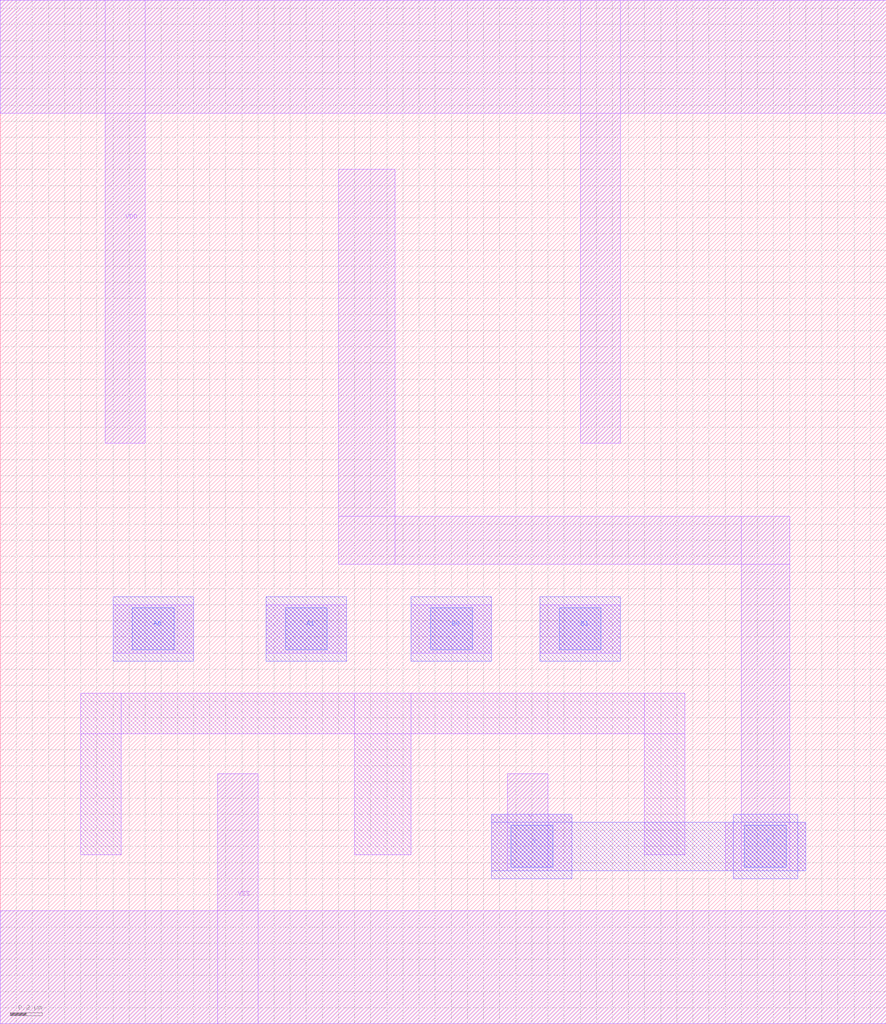
<source format=lef>
# Copyright 2022 Google LLC
# Licensed under the Apache License, Version 2.0 (the "License");
# you may not use this file except in compliance with the License.
# You may obtain a copy of the License at
#
#      http://www.apache.org/licenses/LICENSE-2.0
#
# Unless required by applicable law or agreed to in writing, software
# distributed under the License is distributed on an "AS IS" BASIS,
# WITHOUT WARRANTIES OR CONDITIONS OF ANY KIND, either express or implied.
# See the License for the specific language governing permissions and
# limitations under the License.
VERSION 5.7 ;
BUSBITCHARS "[]" ;
DIVIDERCHAR "/" ;

MACRO gf180mcu_osu_sc_gp9t3v3__oai22_1
  CLASS CORE ;
  ORIGIN 0 0 ;
  FOREIGN gf180mcu_osu_sc_gp9t3v3__oai22_1 0 0 ;
  SIZE 5.5 BY 6.35 ;
  SYMMETRY X Y ;
  SITE gf180mcu_osu_sc_gp9t3v3 ;
  PIN VDD
    DIRECTION INOUT ;
    USE POWER ;
    SHAPE ABUTMENT ;
    PORT
      LAYER Metal1 ;
        RECT 0 5.65 5.5 6.35 ;
        RECT 3.6 3.6 3.85 6.35 ;
        RECT 0.65 3.6 0.9 6.35 ;
    END
  END VDD
  PIN VSS
    DIRECTION INOUT ;
    USE GROUND ;
    SHAPE ABUTMENT ;
    PORT
      LAYER Metal1 ;
        RECT 0 0 5.5 0.7 ;
        RECT 1.35 0 1.6 1.55 ;
    END
  END VSS
  PIN A0
    DIRECTION INPUT ;
    USE SIGNAL ;
    PORT
      LAYER Metal1 ;
        RECT 0.7 2.3 1.2 2.6 ;
      LAYER Metal2 ;
        RECT 0.7 2.25 1.2 2.65 ;
      LAYER Via1 ;
        RECT 0.82 2.32 1.08 2.58 ;
    END
  END A0
  PIN A1
    DIRECTION INPUT ;
    USE SIGNAL ;
    PORT
      LAYER Metal1 ;
        RECT 1.65 2.3 2.15 2.6 ;
      LAYER Metal2 ;
        RECT 1.65 2.25 2.15 2.65 ;
      LAYER Via1 ;
        RECT 1.77 2.32 2.03 2.58 ;
    END
  END A1
  PIN B0
    DIRECTION INPUT ;
    USE SIGNAL ;
    PORT
      LAYER Metal1 ;
        RECT 2.55 2.3 3.05 2.6 ;
      LAYER Metal2 ;
        RECT 2.55 2.25 3.05 2.65 ;
      LAYER Via1 ;
        RECT 2.67 2.32 2.93 2.58 ;
    END
  END B0
  PIN B1
    DIRECTION INPUT ;
    USE SIGNAL ;
    PORT
      LAYER Metal1 ;
        RECT 3.35 2.3 3.85 2.6 ;
      LAYER Metal2 ;
        RECT 3.35 2.25 3.85 2.65 ;
      LAYER Via1 ;
        RECT 3.47 2.32 3.73 2.58 ;
    END
  END B1
  PIN Y
    DIRECTION OUTPUT ;
    USE SIGNAL ;
    PORT
      LAYER Metal1 ;
        RECT 4.5 0.95 5 1.25 ;
        RECT 2.1 2.85 4.9 3.15 ;
        RECT 4.6 0.95 4.9 3.15 ;
        RECT 2.1 2.85 2.45 5.3 ;
        RECT 3.05 0.95 3.55 1.3 ;
        RECT 3.15 0.95 3.4 1.55 ;
      LAYER Metal2 ;
        RECT 3.05 0.95 5 1.25 ;
        RECT 4.55 0.9 4.95 1.3 ;
        RECT 3.05 0.9 3.55 1.3 ;
      LAYER Via1 ;
        RECT 3.17 0.97 3.43 1.23 ;
        RECT 4.62 0.97 4.88 1.23 ;
    END
  END Y
  OBS
    LAYER Metal1 ;
      RECT 0.5 1.8 4.25 2.05 ;
      RECT 4 1.05 4.25 2.05 ;
      RECT 2.2 1.05 2.55 2.05 ;
      RECT 0.5 1.05 0.75 2.05 ;
  END
END gf180mcu_osu_sc_gp9t3v3__oai22_1

</source>
